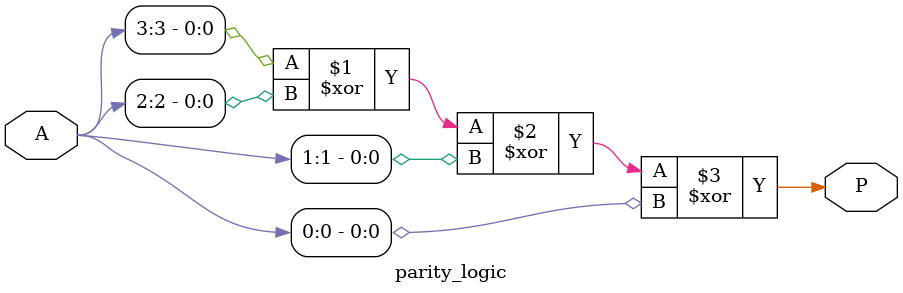
<source format=v>
module parity_logic (A,P);
parameter n=4;
input [n-1:0] A;
output P;
//genvar i;
//assign P=A[0]^A[1];
//for(i=2;i<n;i=i+1) begin 
  	//assign P=P^A[i];
//end
assign P=A[3]^A[2]^A[1]^A[0];
endmodule

</source>
